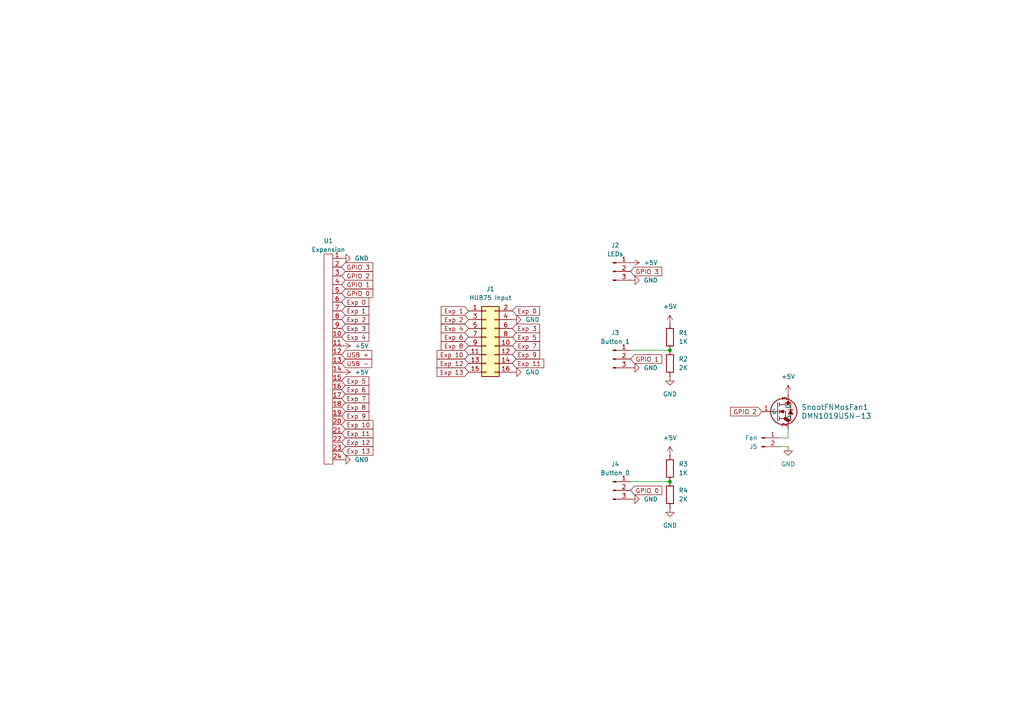
<source format=kicad_sch>
(kicad_sch (version 20231120) (generator "eeschema") (generator_version "8.0")
  (paper "A4")
  (lib_symbols
    (symbol "AO3422:AO3422" (pin_names (offset 0.254))
      (property "Reference" "Q" (at 11.43 1.905 0))
      (property "Value" "AO3422" (at 11.43 -2.54 0))
      (symbol "AO3422_0_1"
        (polyline (pts (xy 2.54 0) (xy 4.445 0)) (stroke (width 0.2032)))
        (polyline (pts (xy 4.572 -2.54) (xy 4.572 2.54)) (stroke (width 0.2032)))
        (polyline (pts (xy 5.08 -2.54) (xy 5.08 -1.524)) (stroke (width 0.2032)))
        (polyline (pts (xy 5.08 -2.032) (xy 6.858 -2.032)) (stroke (width 0.2032)))
        (polyline (pts (xy 5.08 -0.508) (xy 5.08 0.508)) (stroke (width 0.2032)))
        (polyline (pts (xy 5.08 1.524) (xy 5.08 2.54)) (stroke (width 0.2032)))
        (polyline (pts (xy 5.08 2.032) (xy 6.858 2.032)) (stroke (width 0.2032)))
        (polyline (pts (xy 6.35 0) (xy 6.858 0)) (stroke (width 0.2032)))
        (polyline (pts (xy 6.858 -2.54) (xy 6.858 0)) (stroke (width 0.2032)))
        (polyline (pts (xy 6.858 -2.54) (xy 8.382 -2.54)) (stroke (width 0.2032)))
        (polyline (pts (xy 6.858 2.032) (xy 6.858 2.54)) (stroke (width 0.2032)))
        (polyline (pts (xy 6.858 2.54) (xy 8.382 2.54)) (stroke (width 0.2032)))
        (polyline (pts (xy 8.382 -2.54) (xy 8.382 -0.762)) (stroke (width 0.2032)))
        (polyline (pts (xy 8.382 0.508) (xy 8.382 2.54)) (stroke (width 0.2032)))
        (polyline (pts (xy 9.144 0.508) (xy 7.62 0.508)) (stroke (width 0.2032)))
        (polyline (pts (xy 6.35 0.508) (xy 5.08 0) (xy 6.35 -0.508)) (fill (type outline)))
        (polyline (pts (xy 9.144 -0.762) (xy 7.62 -0.762) (xy 8.382 0.508)) (fill (type outline)))
        (circle (center 6.35 0) (radius 3.81) (stroke (width 0.254)))
        (circle (center 6.858 -2.032) (radius 0.0254) (stroke (width 0.508)))
        (circle (center 7.62 -2.54) (radius 0.0254) (stroke (width 0.508)))
        (circle (center 7.62 2.54) (radius 0.0254) (stroke (width 0.508)))
        (pin unspecified line (at 0 0 0) (length 2.54) (name "G") (number "1"))
        (pin unspecified line (at 7.62 -5.08 90) (length 2.54) (name "S") (number "2"))
        (pin unspecified line (at 7.62 5.08 270) (length 2.54) (name "D") (number "3"))
      )
    )
    (symbol "Connector:Conn_01x02_Pin" (pin_names (offset 1.016) hide)
      (property "Reference" "J" (at 0 2.54 0))
      (property "Value" "Conn_01x02_Pin" (at 0 -5.08 0))
      (symbol "Conn_01x02_Pin_1_1"
        (polyline (pts (xy 1.27 -2.54) (xy 0.8636 -2.54)) (stroke (width 0.1524)))
        (polyline (pts (xy 1.27 0) (xy 0.8636 0)) (stroke (width 0.1524)))
        (rectangle (start 0.8636 -2.413) (end 0 -2.667) (stroke (width 0.1524)) (fill (type outline)))
        (rectangle (start 0.8636 0.127) (end 0 -0.127) (stroke (width 0.1524)) (fill (type outline)))
        (pin passive line (at 5.08 0 180) (length 3.81) (name "Pin_1") (number "1"))
        (pin passive line (at 5.08 -2.54 180) (length 3.81) (name "Pin_2") (number "2"))
      )
    )
    (symbol "Connector:Conn_01x03_Pin" (pin_names (offset 1.016) hide)
      (property "Reference" "J" (at 0 5.08 0))
      (property "Value" "Conn_01x03_Pin" (at 0 -5.08 0))
      (symbol "Conn_01x03_Pin_1_1"
        (polyline (pts (xy 1.27 -2.54) (xy 0.8636 -2.54)) (stroke (width 0.1524)))
        (polyline (pts (xy 1.27 0) (xy 0.8636 0)) (stroke (width 0.1524)))
        (polyline (pts (xy 1.27 2.54) (xy 0.8636 2.54)) (stroke (width 0.1524)))
        (rectangle (start 0.8636 -2.413) (end 0 -2.667) (stroke (width 0.1524)) (fill (type outline)))
        (rectangle (start 0.8636 0.127) (end 0 -0.127) (stroke (width 0.1524)) (fill (type outline)))
        (rectangle (start 0.8636 2.667) (end 0 2.413) (stroke (width 0.1524)) (fill (type outline)))
        (pin passive line (at 5.08 2.54 180) (length 3.81) (name "Pin_1") (number "1"))
        (pin passive line (at 5.08 0 180) (length 3.81) (name "Pin_2") (number "2"))
        (pin passive line (at 5.08 -2.54 180) (length 3.81) (name "Pin_3") (number "3"))
      )
    )
    (symbol "Connector_Generic:Conn_02x08_Odd_Even" (pin_names (offset 1.016) hide)
      (property "Reference" "J" (at 1.27 10.16 0))
      (property "Value" "Conn_02x08_Odd_Even" (at 1.27 -12.7 0))
      (symbol "Conn_02x08_Odd_Even_1_1"
        (rectangle (start -1.27 -10.033) (end 0 -10.287) (stroke (width 0.1524)))
        (rectangle (start -1.27 -7.493) (end 0 -7.747) (stroke (width 0.1524)))
        (rectangle (start -1.27 -4.953) (end 0 -5.207) (stroke (width 0.1524)))
        (rectangle (start -1.27 -2.413) (end 0 -2.667) (stroke (width 0.1524)))
        (rectangle (start -1.27 0.127) (end 0 -0.127) (stroke (width 0.1524)))
        (rectangle (start -1.27 2.667) (end 0 2.413) (stroke (width 0.1524)))
        (rectangle (start -1.27 5.207) (end 0 4.953) (stroke (width 0.1524)))
        (rectangle (start -1.27 7.747) (end 0 7.493) (stroke (width 0.1524)))
        (rectangle (start -1.27 8.89) (end 3.81 -11.43) (stroke (width 0.254)) (fill (type background)))
        (rectangle (start 3.81 -10.033) (end 2.54 -10.287) (stroke (width 0.1524)))
        (rectangle (start 3.81 -7.493) (end 2.54 -7.747) (stroke (width 0.1524)))
        (rectangle (start 3.81 -4.953) (end 2.54 -5.207) (stroke (width 0.1524)))
        (rectangle (start 3.81 -2.413) (end 2.54 -2.667) (stroke (width 0.1524)))
        (rectangle (start 3.81 0.127) (end 2.54 -0.127) (stroke (width 0.1524)))
        (rectangle (start 3.81 2.667) (end 2.54 2.413) (stroke (width 0.1524)))
        (rectangle (start 3.81 5.207) (end 2.54 4.953) (stroke (width 0.1524)))
        (rectangle (start 3.81 7.747) (end 2.54 7.493) (stroke (width 0.1524)))
        (pin passive line (at -5.08 7.62 0) (length 3.81) (name "Pin_1") (number "1"))
        (pin passive line (at 7.62 -2.54 180) (length 3.81) (name "Pin_10") (number "10"))
        (pin passive line (at -5.08 -5.08 0) (length 3.81) (name "Pin_11") (number "11"))
        (pin passive line (at 7.62 -5.08 180) (length 3.81) (name "Pin_12") (number "12"))
        (pin passive line (at -5.08 -7.62 0) (length 3.81) (name "Pin_13") (number "13"))
        (pin passive line (at 7.62 -7.62 180) (length 3.81) (name "Pin_14") (number "14"))
        (pin passive line (at -5.08 -10.16 0) (length 3.81) (name "Pin_15") (number "15"))
        (pin passive line (at 7.62 -10.16 180) (length 3.81) (name "Pin_16") (number "16"))
        (pin passive line (at 7.62 7.62 180) (length 3.81) (name "Pin_2") (number "2"))
        (pin passive line (at -5.08 5.08 0) (length 3.81) (name "Pin_3") (number "3"))
        (pin passive line (at 7.62 5.08 180) (length 3.81) (name "Pin_4") (number "4"))
        (pin passive line (at -5.08 2.54 0) (length 3.81) (name "Pin_5") (number "5"))
        (pin passive line (at 7.62 2.54 180) (length 3.81) (name "Pin_6") (number "6"))
        (pin passive line (at -5.08 0 0) (length 3.81) (name "Pin_7") (number "7"))
        (pin passive line (at 7.62 0 180) (length 3.81) (name "Pin_8") (number "8"))
        (pin passive line (at -5.08 -2.54 0) (length 3.81) (name "Pin_9") (number "9"))
      )
    )
    (symbol "Device:R" (pin_numbers hide) (pin_names (offset 0))
      (property "Reference" "R" (at 2.032 0 90))
      (property "Value" "R" (at 0 0 90))
      (symbol "R_0_1"
        (rectangle (start -1.016 -2.54) (end 1.016 2.54) (stroke (width 0.254)))
      )
      (symbol "R_1_1"
        (pin passive line (at 0 3.81 270) (length 1.27) (name "~") (number "1"))
        (pin passive line (at 0 -3.81 90) (length 1.27) (name "~") (number "2"))
      )
    )
    (symbol "FCC_Connector:FFC_24P"
      (property "Reference" "U" (at -1.27 32.004 0))
      (symbol "FFC_24P_0_1"
        (rectangle (start -2.54 30.48) (end 0 -30.48))
      )
      (symbol "FFC_24P_1_1"
        (pin input line (at 2.54 29.21 180) (length 2.54) (name "") (number "1"))
        (pin input line (at 2.54 6.35 180) (length 2.54) (name "") (number "10"))
        (pin input line (at 2.54 3.81 180) (length 2.54) (name "") (number "11"))
        (pin input line (at 2.54 1.27 180) (length 2.54) (name "") (number "12"))
        (pin input line (at 2.54 -1.27 180) (length 2.54) (name "") (number "13"))
        (pin input line (at 2.54 -3.81 180) (length 2.54) (name "") (number "14"))
        (pin input line (at 2.54 -6.35 180) (length 2.54) (name "") (number "15"))
        (pin input line (at 2.54 -8.89 180) (length 2.54) (name "") (number "16"))
        (pin input line (at 2.54 -11.43 180) (length 2.54) (name "") (number "17"))
        (pin input line (at 2.54 -13.97 180) (length 2.54) (name "") (number "18"))
        (pin input line (at 2.54 -16.51 180) (length 2.54) (name "") (number "19"))
        (pin input line (at 2.54 26.67 180) (length 2.54) (name "") (number "2"))
        (pin input line (at 2.54 -19.05 180) (length 2.54) (name "") (number "20"))
        (pin input line (at 2.54 -21.59 180) (length 2.54) (name "") (number "21"))
        (pin input line (at 2.54 -24.13 180) (length 2.54) (name "") (number "22"))
        (pin input line (at 2.54 -26.67 180) (length 2.54) (name "") (number "23"))
        (pin input line (at 2.54 -29.21 180) (length 2.54) (name "") (number "24"))
        (pin input line (at 2.54 24.13 180) (length 2.54) (name "") (number "3"))
        (pin input line (at 2.54 21.59 180) (length 2.54) (name "") (number "4"))
        (pin input line (at 2.54 19.05 180) (length 2.54) (name "") (number "5"))
        (pin input line (at 2.54 16.51 180) (length 2.54) (name "") (number "6"))
        (pin input line (at 2.54 13.97 180) (length 2.54) (name "") (number "7"))
        (pin input line (at 2.54 11.43 180) (length 2.54) (name "") (number "8"))
        (pin input line (at 2.54 8.89 180) (length 2.54) (name "") (number "9"))
      )
    )
    (symbol "power:+5V" (power) (pin_numbers hide) (pin_names (offset 0) hide)
      (property "Value" "+5V" (at 0 3.556 0))
      (symbol "+5V_0_1"
        (polyline (pts (xy -0.762 1.27) (xy 0 2.54)))
        (polyline (pts (xy 0 0) (xy 0 2.54)))
        (polyline (pts (xy 0 2.54) (xy 0.762 1.27)))
      )
      (symbol "+5V_1_1"
        (pin power_in line (at 0 0 90) (length 0) (name "~") (number "1"))
      )
    )
    (symbol "power:GND" (power) (pin_numbers hide) (pin_names (offset 0) hide)
      (property "Value" "GND" (at 0 -3.81 0))
      (symbol "GND_0_1"
        (polyline (pts (xy 0 0) (xy 0 -1.27) (xy 1.27 -1.27) (xy 0 -2.54) (xy -1.27 -1.27) (xy 0 -1.27)))
      )
      (symbol "GND_1_1"
        (pin power_in line (at 0 0 270) (length 0) (name "~") (number "1"))
      )
    )
  )
  (junction (at 194.31 139.7))
  (junction (at 194.31 101.6))
  (wire (pts (xy 228.6 129.54) (xy 226.06 129.54)))
  (wire (pts (xy 228.6 127) (xy 228.6 124.46)))
  (wire (pts (xy 228.6 127) (xy 226.06 127)))
  (wire (pts (xy 182.88 139.7) (xy 194.31 139.7)))
  (wire (pts (xy 182.88 101.6) (xy 194.31 101.6)))
  (global_label "Exp 1" (shape input) (at 135.89 90.17 180) (property "Intersheetrefs" "${INTERSHEET_REFS}" (effects (hide yes))))
  (global_label "GPIO 1" (shape input) (at 99.06 82.55 0) (property "Intersheetrefs" "${INTERSHEET_REFS}" (effects (hide yes))))
  (global_label "GPIO 0" (shape input) (at 182.88 142.24 0) (property "Intersheetrefs" "${INTERSHEET_REFS}" (effects (hide yes))))
  (global_label "Exp 7" (shape input) (at 148.59 100.33 0) (property "Intersheetrefs" "${INTERSHEET_REFS}" (effects (hide yes))))
  (global_label "Exp 7" (shape input) (at 99.06 115.57 0) (property "Intersheetrefs" "${INTERSHEET_REFS}" (effects (hide yes))))
  (global_label "Exp 4" (shape input) (at 99.06 97.79 0) (property "Intersheetrefs" "${INTERSHEET_REFS}" (effects (hide yes))))
  (global_label "Exp 8" (shape input) (at 99.06 118.11 0) (property "Intersheetrefs" "${INTERSHEET_REFS}" (effects (hide yes))))
  (global_label "GPIO 2" (shape input) (at 220.98 119.38 180) (property "Intersheetrefs" "${INTERSHEET_REFS}" (effects (hide yes))))
  (global_label "Exp 8" (shape input) (at 135.89 100.33 180) (property "Intersheetrefs" "${INTERSHEET_REFS}" (effects (hide yes))))
  (global_label "GPIO 1" (shape input) (at 182.88 104.14 0) (property "Intersheetrefs" "${INTERSHEET_REFS}" (effects (hide yes))))
  (global_label "Exp 6" (shape input) (at 99.06 113.03 0) (property "Intersheetrefs" "${INTERSHEET_REFS}" (effects (hide yes))))
  (global_label "Exp 11" (shape input) (at 148.59 105.41 0) (property "Intersheetrefs" "${INTERSHEET_REFS}" (effects (hide yes))))
  (global_label "Exp 13" (shape input) (at 99.06 130.81 0) (property "Intersheetrefs" "${INTERSHEET_REFS}" (effects (hide yes))))
  (global_label "Exp 0" (shape input) (at 99.06 87.63 0) (property "Intersheetrefs" "${INTERSHEET_REFS}" (effects (hide yes))))
  (global_label "Exp 13" (shape input) (at 135.89 107.95 180) (property "Intersheetrefs" "${INTERSHEET_REFS}" (effects (hide yes))))
  (global_label "Exp 9" (shape input) (at 148.59 102.87 0) (property "Intersheetrefs" "${INTERSHEET_REFS}" (effects (hide yes))))
  (global_label "Exp 3" (shape input) (at 99.06 95.25 0) (property "Intersheetrefs" "${INTERSHEET_REFS}" (effects (hide yes))))
  (global_label "USB +" (shape input) (at 99.06 102.87 0) (property "Intersheetrefs" "${INTERSHEET_REFS}" (effects (hide yes))))
  (global_label "Exp 12" (shape input) (at 99.06 128.27 0) (property "Intersheetrefs" "${INTERSHEET_REFS}" (effects (hide yes))))
  (global_label "GPIO 3" (shape input) (at 99.06 77.47 0) (property "Intersheetrefs" "${INTERSHEET_REFS}" (effects (hide yes))))
  (global_label "Exp 2" (shape input) (at 99.06 92.71 0) (property "Intersheetrefs" "${INTERSHEET_REFS}" (effects (hide yes))))
  (global_label "Exp 2" (shape input) (at 135.89 92.71 180) (property "Intersheetrefs" "${INTERSHEET_REFS}" (effects (hide yes))))
  (global_label "Exp 0" (shape input) (at 148.59 90.17 0) (property "Intersheetrefs" "${INTERSHEET_REFS}" (effects (hide yes))))
  (global_label "Exp 3" (shape input) (at 148.59 95.25 0) (property "Intersheetrefs" "${INTERSHEET_REFS}" (effects (hide yes))))
  (global_label "USB -" (shape input) (at 99.06 105.41 0) (property "Intersheetrefs" "${INTERSHEET_REFS}" (effects (hide yes))))
  (global_label "Exp 10" (shape input) (at 99.06 123.19 0) (property "Intersheetrefs" "${INTERSHEET_REFS}" (effects (hide yes))))
  (global_label "Exp 10" (shape input) (at 135.89 102.87 180) (property "Intersheetrefs" "${INTERSHEET_REFS}" (effects (hide yes))))
  (global_label "Exp 4" (shape input) (at 135.89 95.25 180) (property "Intersheetrefs" "${INTERSHEET_REFS}" (effects (hide yes))))
  (global_label "Exp 9" (shape input) (at 99.06 120.65 0) (property "Intersheetrefs" "${INTERSHEET_REFS}" (effects (hide yes))))
  (global_label "Exp 5" (shape input) (at 148.59 97.79 0) (property "Intersheetrefs" "${INTERSHEET_REFS}" (effects (hide yes))))
  (global_label "Exp 12" (shape input) (at 135.89 105.41 180) (property "Intersheetrefs" "${INTERSHEET_REFS}" (effects (hide yes))))
  (global_label "Exp 1" (shape input) (at 99.06 90.17 0) (property "Intersheetrefs" "${INTERSHEET_REFS}" (effects (hide yes))))
  (global_label "Exp 6" (shape input) (at 135.89 97.79 180) (property "Intersheetrefs" "${INTERSHEET_REFS}" (effects (hide yes))))
  (global_label "GPIO 2" (shape input) (at 99.06 80.01 0) (property "Intersheetrefs" "${INTERSHEET_REFS}" (effects (hide yes))))
  (global_label "Exp 11" (shape input) (at 99.06 125.73 0) (property "Intersheetrefs" "${INTERSHEET_REFS}" (effects (hide yes))))
  (global_label "GPIO 0" (shape input) (at 99.06 85.09 0) (property "Intersheetrefs" "${INTERSHEET_REFS}" (effects (hide yes))))
  (global_label "Exp 5" (shape input) (at 99.06 110.49 0) (property "Intersheetrefs" "${INTERSHEET_REFS}" (effects (hide yes))))
  (global_label "GPIO 3" (shape input) (at 182.88 78.74 0) (property "Intersheetrefs" "${INTERSHEET_REFS}" (effects (hide yes))))
  (symbol (lib_id "power:GND") (at 194.31 109.22 0) (unit 1)
    (property "Reference" "#PWR012" (effects (hide yes)))
    (property "Value" "GND" (at 194.31 114.3 0))
    (property "Description" "Power symbol creates a global label with name \"GND\" , ground" (effects (hide yes)))
  )
  (symbol (lib_id "power:+5V") (at 194.31 132.08 0) (unit 1)
    (property "Reference" "#PWR013" (effects (hide yes)))
    (property "Value" "+5V" (at 194.31 127 0))
    (property "Description" "Power symbol creates a global label with name \"+5V\"" (effects (hide yes)))
  )
  (symbol (lib_id "power:+5V") (at 182.88 76.2 270) (unit 1)
    (property "Reference" "#PWR07" (effects (hide yes)))
    (property "Value" "+5V" (at 186.69 76.1999 90) (effects (justify left)))
    (property "Description" "Power symbol creates a global label with name \"+5V\"" (effects (hide yes)))
  )
  (symbol (lib_id "power:GND") (at 148.59 92.71 90) (unit 1)
    (property "Reference" "#PWR05" (effects (hide yes)))
    (property "Value" "GND" (at 152.4 92.7099 90) (effects (justify right)))
    (property "Description" "Power symbol creates a global label with name \"GND\" , ground" (effects (hide yes)))
  )
  (symbol (lib_id "Device:R") (at 194.31 143.51 0) (unit 1)
    (property "Reference" "R4" (at 196.85 142.2399 0) (effects (justify left)))
    (property "Value" "2K" (at 196.85 144.7799 0) (effects (justify left)))
    (property "Footprint" "Resistor_SMD:R_0603_1608Metric_Pad0.98x0.95mm_HandSolder" (effects (hide yes)))
    (property "Description" "Resistor" (effects (hide yes)))
  )
  (symbol (lib_id "power:GND") (at 99.06 133.35 90) (unit 1)
    (property "Reference" "#PWR04" (effects (hide yes)))
    (property "Value" "GND" (at 102.87 133.3499 90) (effects (justify right)))
    (property "Description" "Power symbol creates a global label with name \"GND\" , ground" (effects (hide yes)))
  )
  (symbol (lib_id "Device:R") (at 194.31 97.79 0) (unit 1)
    (property "Reference" "R1" (at 196.85 96.5199 0) (effects (justify left)))
    (property "Value" "1K" (at 196.85 99.0599 0) (effects (justify left)))
    (property "Footprint" "Resistor_SMD:R_0603_1608Metric_Pad0.98x0.95mm_HandSolder" (effects (hide yes)))
    (property "Description" "Resistor" (effects (hide yes)))
  )
  (symbol (lib_id "Connector:Conn_01x03_Pin") (at 177.8 78.74 0) (unit 1)
    (property "Reference" "J2" (at 178.435 71.12 0))
    (property "Value" "LEDs" (at 178.435 73.66 0))
    (property "Footprint" "Connector_PinHeader_2.54mm:PinHeader_1x03_P2.54mm_Vertical" (effects (hide yes)))
    (property "Description" "Generic connector, single row, 01x03, script generated" (effects (hide yes)))
  )
  (symbol (lib_id "Device:R") (at 194.31 135.89 0) (unit 1)
    (property "Reference" "R3" (at 196.85 134.6199 0) (effects (justify left)))
    (property "Value" "1K" (at 196.85 137.1599 0) (effects (justify left)))
    (property "Footprint" "Resistor_SMD:R_0603_1608Metric_Pad0.98x0.95mm_HandSolder" (effects (hide yes)))
    (property "Description" "Resistor" (effects (hide yes)))
  )
  (symbol (lib_id "power:GND") (at 182.88 81.28 90) (unit 1)
    (property "Reference" "#PWR08" (effects (hide yes)))
    (property "Value" "GND" (at 186.69 81.2799 90) (effects (justify right)))
    (property "Description" "Power symbol creates a global label with name \"GND\" , ground" (effects (hide yes)))
  )
  (symbol (lib_id "power:GND") (at 148.59 107.95 90) (unit 1)
    (property "Reference" "#PWR06" (effects (hide yes)))
    (property "Value" "GND" (at 152.4 107.9499 90) (effects (justify right)))
    (property "Description" "Power symbol creates a global label with name \"GND\" , ground" (effects (hide yes)))
  )
  (symbol (lib_id "Connector:Conn_01x02_Pin") (at 220.98 127 0) (unit 1)
    (property "Reference" "J5" (at 219.71 129.5401 0) (effects (justify right)))
    (property "Value" "Fan" (at 219.71 127.0001 0) (effects (justify right)))
    (property "Footprint" "Connector_PinHeader_2.54mm:PinHeader_1x02_P2.54mm_Vertical" (effects (hide yes)))
    (property "Description" "Generic connector, single row, 01x02, script generated" (effects (hide yes)))
  )
  (symbol (lib_id "power:+5V") (at 99.06 100.33 270) (unit 1)
    (property "Reference" "#PWR02" (effects (hide yes)))
    (property "Value" "+5V" (at 102.87 100.3299 90) (effects (justify left)))
    (property "Description" "Power symbol creates a global label with name \"+5V\"" (effects (hide yes)))
  )
  (symbol (lib_id "power:GND") (at 228.6 129.54 0) (unit 1)
    (property "Reference" "#PWR016" (effects (hide yes)))
    (property "Value" "GND" (at 228.6 134.62 0))
    (property "Description" "Power symbol creates a global label with name \"GND\" , ground" (effects (hide yes)))
  )
  (symbol (lib_id "power:GND") (at 99.06 74.93 90) (unit 1)
    (property "Reference" "#PWR01" (effects (hide yes)))
    (property "Value" "GND" (at 102.87 74.9299 90) (effects (justify right)))
    (property "Description" "Power symbol creates a global label with name \"GND\" , ground" (effects (hide yes)))
  )
  (symbol (lib_id "Device:R") (at 194.31 105.41 0) (unit 1)
    (property "Reference" "R2" (at 196.85 104.1399 0) (effects (justify left)))
    (property "Value" "2K" (at 196.85 106.6799 0) (effects (justify left)))
    (property "Footprint" "Resistor_SMD:R_0603_1608Metric_Pad0.98x0.95mm_HandSolder" (effects (hide yes)))
    (property "Description" "Resistor" (effects (hide yes)))
  )
  (symbol (lib_id "AO3422:AO3422") (at 220.98 119.38 0) (unit 1)
    (property "Reference" "SnootFNMosFan1" (at 232.41 118.1099 0) (effects (font (size 1.524 1.524)) (justify left)))
    (property "Value" "DMN1019USN-13" (at 232.41 120.6499 0) (effects (font (size 1.524 1.524)) (justify left)))
    (property "Footprint" "Package_TO_SOT_SMD:SOT-23-3" (effects (hide yes)))
    (property "Datasheet" "AO3422" (effects (hide yes)))
  )
  (symbol (lib_id "power:GND") (at 182.88 144.78 90) (unit 1)
    (property "Reference" "#PWR010" (effects (hide yes)))
    (property "Value" "GND" (at 186.69 144.7799 90) (effects (justify right)))
    (property "Description" "Power symbol creates a global label with name \"GND\" , ground" (effects (hide yes)))
  )
  (symbol (lib_id "power:+5V") (at 194.31 93.98 0) (unit 1)
    (property "Reference" "#PWR011" (effects (hide yes)))
    (property "Value" "+5V" (at 194.31 88.9 0))
    (property "Description" "Power symbol creates a global label with name \"+5V\"" (effects (hide yes)))
  )
  (symbol (lib_id "power:+5V") (at 99.06 107.95 270) (unit 1)
    (property "Reference" "#PWR03" (effects (hide yes)))
    (property "Value" "+5V" (at 102.87 107.9499 90) (effects (justify left)))
    (property "Description" "Power symbol creates a global label with name \"+5V\"" (effects (hide yes)))
  )
  (symbol (lib_id "power:GND") (at 194.31 147.32 0) (unit 1)
    (property "Reference" "#PWR014" (effects (hide yes)))
    (property "Value" "GND" (at 194.31 152.4 0))
    (property "Description" "Power symbol creates a global label with name \"GND\" , ground" (effects (hide yes)))
  )
  (symbol (lib_id "FCC_Connector:FFC_24P") (at 96.52 104.14 0) (unit 1)
    (property "Reference" "U1" (at 95.25 69.85 0))
    (property "Value" "Expansion" (at 95.25 72.39 0))
    (property "Footprint" "FFC_Connector:FFC Aliexpress 0.5mm 24P" (effects (hide yes)))
  )
  (symbol (lib_id "Connector:Conn_01x03_Pin") (at 177.8 142.24 0) (unit 1)
    (property "Reference" "J4" (at 178.435 134.62 0))
    (property "Value" "Button 0" (at 178.435 137.16 0))
    (property "Footprint" "Connector_PinHeader_2.54mm:PinHeader_1x03_P2.54mm_Vertical" (effects (hide yes)))
    (property "Description" "Generic connector, single row, 01x03, script generated" (effects (hide yes)))
  )
  (symbol (lib_id "power:GND") (at 182.88 106.68 90) (unit 1)
    (property "Reference" "#PWR09" (effects (hide yes)))
    (property "Value" "GND" (at 186.69 106.6799 90) (effects (justify right)))
    (property "Description" "Power symbol creates a global label with name \"GND\" , ground" (effects (hide yes)))
  )
  (symbol (lib_id "power:+5V") (at 228.6 114.3 0) (unit 1)
    (property "Reference" "#PWR015" (effects (hide yes)))
    (property "Value" "+5V" (at 228.6 109.22 0))
    (property "Description" "Power symbol creates a global label with name \"+5V\"" (effects (hide yes)))
  )
  (symbol (lib_id "Connector_Generic:Conn_02x08_Odd_Even") (at 140.97 97.79 0) (unit 1)
    (property "Reference" "J1" (at 142.24 83.82 0))
    (property "Value" "HUB75 Input" (at 142.24 86.36 0))
    (property "Footprint" "Connector_PinHeader_2.54mm:PinHeader_2x08_P2.54mm_Vertical" (effects (hide yes)))
    (property "Description" "Generic connector, double row, 02x08, odd/even pin numbering scheme (row 1 odd numbers, row 2 even numbers), script generated (kicad-library-utils/schlib/autogen/connector/)" (effects (hide yes)))
  )
  (symbol (lib_id "Connector:Conn_01x03_Pin") (at 177.8 104.14 0) (unit 1)
    (property "Reference" "J3" (at 178.435 96.52 0))
    (property "Value" "Button 1" (at 178.435 99.06 0))
    (property "Footprint" "Connector_PinHeader_2.54mm:PinHeader_1x03_P2.54mm_Vertical" (effects (hide yes)))
    (property "Description" "Generic connector, single row, 01x03, script generated" (effects (hide yes)))
  )
)
</source>
